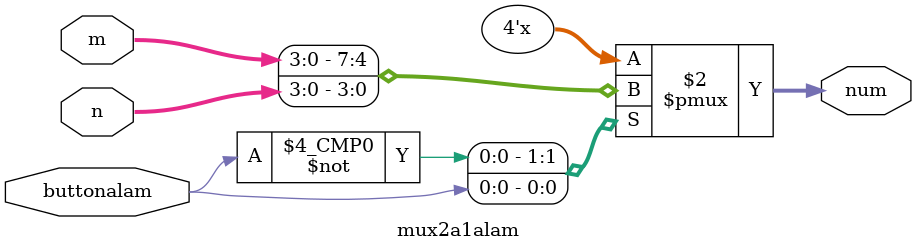
<source format=v>
`timescale 1ns / 1ps
module mux2a1alam(num,m,n,buttonalam
    );
	 
	 input [3:0] m;//Primera opcion
	 input [3:0] n;//segunda opcion
	 
	 input buttonalam;//boton de alarma
	 
	 output reg [3:0] num;
	 
	 always @(buttonalam or m or n)
	 begin
		case(buttonalam)
		1'b0:num=m;
		1'b1:num=n;
		endcase
	 end
endmodule

</source>
